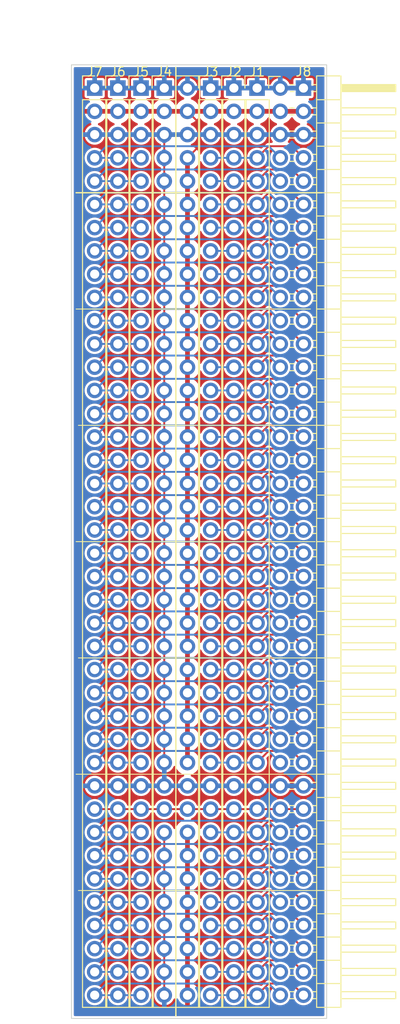
<source format=kicad_pcb>
(kicad_pcb (version 20211014) (generator pcbnew)
  (title_block (title "ITX-65C816") (date "2022-08-27") (rev "1") (company "land-boards.com"))
  (layers (0 "F.Cu" signal) (31 "B.Cu" signal) (36 "B.SilkS" user "B.Silkscreen") (37 "F.SilkS" user "F.Silkscreen") (38 "B.Mask" user) (39 "F.Mask" user) (44 "Edge.Cuts" user))
  (net 0 "")
  (net 1 "/IO_AA13")
  (net 2 "GND")
  (net 3 "/IO_AB13")
  (net 4 "/IO_AA14")
  (net 5 "/IO_AB14")
  (net 6 "/IO_AA15")
  (net 7 "/IO_AB15")
  (net 8 "/IO_AA16")
  (net 9 "/IO_AB16")
  (net 10 "/IO_AA17")
  (net 11 "/IO_AB17")
  (net 12 "/IO_AA18")
  (net 13 "/IO_AB18")
  (net 14 "/IO_AA19")
  (net 15 "/IO_AB19")
  (net 16 "/IO_AB20")
  (net 17 "/IO_AA20")
  (net 18 "/IO_Y21")
  (net 19 "/IO_Y22")
  (net 20 "/IO_W21")
  (net 21 "/IO_W22")
  (net 22 "/IO_V21")
  (net 23 "/IO_V22")
  (net 24 "/IO_U21")
  (net 25 "/IO_U22")
  (net 26 "/IO_R21")
  (net 27 "/IO_R22")
  (net 28 "/IO_P21")
  (net 29 "/IO_P22")
  (net 30 "/IO_N21")
  (net 31 "/IO_M21")
  (net 32 "/IO_M22")
  (net 33 "/IO_L21")
  (net 34 "/IO_L22")
  (net 35 "/IO_K21")
  (net 36 "/IO_K22")
  (net 37 "/IO_J21")
  (net 38 "/IO_J22")
  (net 39 "/IO_N22")
  (net 40 "VDD")
  (net 41 "/IO_H22")
  (net 42 "/IO_H21")
  (net 43 "/IO_F22")
  (net 44 "/IO_F21")
  (net 45 "/IO_E22")
  (net 46 "/IO_E21")
  (net 47 "/IO_D22")
  (net 48 "/IO_D21")
  (net 49 "/IO_C22")
  (net 50 "/IO_C21")
  (net 51 "/IO_B22")
  (net 52 "/IO_B21")
  (net 53 "/IO_N20")
  (net 54 "/IO_N19")
  (net 55 "/IO_M20")
  (net 56 "/IO_M19")
  (net 57 "VS")
  (net 58 "/IOX_65")
  (net 59 "/IOX_66")
  (net 60 "/IOX_67")
  (net 61 "/IOX_68")
  (net 62 "/IOX_69")
  (net 63 "/IOX_70")
  (net 64 "/IOX_71")
  (net 65 "/IOX_72")
  (net 66 "/IOX_73")
  (net 67 "/IOX_74")
  (net 68 "/IOX_75")
  (net 69 "/IOX_76")
  (net 70 "/IOX_77")
  (net 71 "/IOX_78")
  (net 72 "/IOX_79")
  (net 73 "/IOX_80")
  (footprint "Connector_PinHeader_2.54mm:PinHeader_2x40_P2.54mm_Vertical" (layer "F.Cu") (at 134.62 53.34)
    (fp_text reference "J4")
    (fp_text value "Header, Strt, 2x40")
  )
  (footprint "LandBoards_Conns:PinHeader_2x40_P2.54mm_Horizontal-FLIPPED" (layer "F.Cu") (at 147.32 53.34)
    (fp_text reference "J8")
    (fp_text value "Header, Strt, 2x40")
  )
  (footprint "Connector_PinHeader_2.54mm:PinHeader_1x40_P2.54mm_Vertical" (layer "F.Cu") (at 142.24 53.34)
    (fp_text reference "J2")
    (fp_text value "Conn_01x40")
  )
  (footprint "Connector_PinHeader_2.54mm:PinHeader_1x40_P2.54mm_Vertical" (layer "F.Cu") (at 144.78 53.34)
    (fp_text reference "J1")
    (fp_text value "Conn_01x40")
  )
  (footprint "Connector_PinHeader_2.54mm:PinHeader_1x40_P2.54mm_Vertical" (layer "F.Cu") (at 139.7 53.34)
    (fp_text reference "J3")
    (fp_text value "Conn_01x40")
  )
  (footprint "Connector_PinHeader_2.54mm:PinHeader_1x40_P2.54mm_Vertical" (layer "F.Cu") (at 127 53.34)
    (fp_text reference "J7")
    (fp_text value "Conn_01x40")
  )
  (footprint "Connector_PinHeader_2.54mm:PinHeader_1x40_P2.54mm_Vertical" (layer "F.Cu") (at 129.54 53.34)
    (fp_text reference "J6")
    (fp_text value "Conn_01x40")
  )
  (footprint "Connector_PinHeader_2.54mm:PinHeader_1x40_P2.54mm_Vertical" (layer "F.Cu") (at 132.08 53.34)
    (fp_text reference "J5")
    (fp_text value "Conn_01x40")
  )
  (gr_line (start 125.222 90.17) (end 151.892 90.17) (layer "F.SilkS") (width 0.1))
  (gr_line (start 135.89 51.054) (end 135.89 154.686) (layer "F.SilkS") (width 0.15))
  (gr_line (start 125.222 140.97) (end 151.638 140.97) (layer "F.SilkS") (width 0.1))
  (gr_line (start 124.968 77.47) (end 150.622 77.47) (layer "F.SilkS") (width 0.1))
  (gr_line (start 125.222 115.57) (end 151.892 115.57) (layer "F.SilkS") (width 0.1))
  (gr_line (start 124.968 102.87) (end 151.13 102.87) (layer "F.SilkS") (width 0.1))
  (gr_line (start 124.968 128.27) (end 151.638 128.27) (layer "F.SilkS") (width 0.1))
  (gr_line (start 124.968 64.77) (end 151.892 64.77) (layer "F.SilkS") (width 0.15))
  (gr_rect (start 124.46 50.8) (end 152.4 154.94) (layer "Edge.Cuts") (width 0.1) (fill none))
  (segment (start 149.86 60.96) (end 148.59 59.69) (width 0.2032) (layer "F.Cu") (net 1))
  (segment (start 146.05 59.69) (end 144.78 60.96) (width 0.2032) (layer "F.Cu") (net 1))
  (segment (start 148.59 59.69) (end 146.05 59.69) (width 0.2032) (layer "F.Cu") (net 1))
  (segment (start 139.7 60.96) (end 144.78 60.96) (width 0.2032) (layer "B.Cu") (net 1))
  (segment (start 134.62 152.4) (end 134.62 134.62) (width 0.2032) (layer "F.Cu") (net 2))
  (segment (start 142.24 53.34) (end 147.32 53.34) (width 0.2032) (layer "F.Cu") (net 2))
  (segment (start 134.62 58.42) (end 134.62 127) (width 0.2032) (layer "F.Cu") (net 2))
  (segment (start 149.86 53.34) (end 147.32 53.34) (width 0.2032) (layer "F.Cu") (net 2))
  (segment (start 128.27 59.69) (end 127 60.96) (width 0.2032) (layer "B.Cu") (net 3))
  (segment (start 127 60.96) (end 132.08 60.96) (width 0.2032) (layer "B.Cu") (net 3))
  (segment (start 133.35 59.69) (end 146.05 59.69) (width 0.2032) (layer "B.Cu") (net 3))
  (segment (start 133.35 59.69) (end 128.27 59.69) (width 0.2032) (layer "B.Cu") (net 3))
  (segment (start 146.05 59.69) (end 147.32 60.96) (width 0.2032) (layer "B.Cu") (net 3))
  (segment (start 144.78 63.5) (end 146.05 62.23) (width 0.2032) (layer "F.Cu") (net 4))
  (segment (start 146.05 62.23) (end 148.59 62.23) (width 0.2032) (layer "F.Cu") (net 4))
  (segment (start 148.59 62.23) (end 149.86 63.5) (width 0.2032) (layer "F.Cu") (net 4))
  (segment (start 139.7 63.5) (end 144.78 63.5) (width 0.2032) (layer "B.Cu") (net 4))
  (segment (start 146.05 62.23) (end 147.32 63.5) (width 0.2032) (layer "B.Cu") (net 5))
  (segment (start 133.35 62.23) (end 146.05 62.23) (width 0.2032) (layer "B.Cu") (net 5))
  (segment (start 128.27 62.23) (end 127 63.5) (width 0.2032) (layer "B.Cu") (net 5))
  (segment (start 133.35 62.23) (end 128.27 62.23) (width 0.2032) (layer "B.Cu") (net 5))
  (segment (start 127 63.5) (end 132.08 63.5) (width 0.2032) (layer "B.Cu") (net 5))
  (segment (start 146.05 64.77) (end 148.59 64.77) (width 0.2032) (layer "F.Cu") (net 6))
  (segment (start 148.59 64.77) (end 149.86 66.04) (width 0.2032) (layer "F.Cu") (net 6))
  (segment (start 144.78 66.04) (end 146.05 64.77) (width 0.2032) (layer "F.Cu") (net 6))
  (segment (start 144.78 66.04) (end 139.7 66.04) (width 0.2032) (layer "B.Cu") (net 6))
  (segment (start 133.35 64.77) (end 128.27 64.77) (width 0.2032) (layer "B.Cu") (net 7))
  (segment (start 133.35 64.77) (end 146.05 64.77) (width 0.2032) (layer "B.Cu") (net 7))
  (segment (start 128.27 64.77) (end 127 66.04) (width 0.2032) (layer "B.Cu") (net 7))
  (segment (start 127 66.04) (end 132.08 66.04) (width 0.2032) (layer "B.Cu") (net 7))
  (segment (start 146.05 64.77) (end 147.32 66.04) (width 0.2032) (layer "B.Cu") (net 7))
  (segment (start 148.59 67.31) (end 149.86 68.58) (width 0.2032) (layer "F.Cu") (net 8))
  (segment (start 146.05 67.31) (end 148.59 67.31) (width 0.2032) (layer "F.Cu") (net 8))
  (segment (start 144.78 68.58) (end 146.05 67.31) (width 0.2032) (layer "F.Cu") (net 8))
  (segment (start 139.7 68.58) (end 144.78 68.58) (width 0.2032) (layer "B.Cu") (net 8))
  (segment (start 133.35 67.31) (end 128.27 67.31) (width 0.2032) (layer "B.Cu") (net 9))
  (segment (start 127 68.58) (end 132.08 68.58) (width 0.2032) (layer "B.Cu") (net 9))
  (segment (start 133.35 67.31) (end 146.05 67.31) (width 0.2032) (layer "B.Cu") (net 9))
  (segment (start 146.05 67.31) (end 147.32 68.58) (width 0.2032) (layer "B.Cu") (net 9))
  (segment (start 128.27 67.31) (end 127 68.58) (width 0.2032) (layer "B.Cu") (net 9))
  (segment (start 144.78 71.12) (end 146.05 69.85) (width 0.2032) (layer "F.Cu") (net 10))
  (segment (start 146.05 69.85) (end 148.59 69.85) (width 0.2032) (layer "F.Cu") (net 10))
  (segment (start 148.59 69.85) (end 149.86 71.12) (width 0.2032) (layer "F.Cu") (net 10))
  (segment (start 139.7 71.12) (end 144.78 71.12) (width 0.2032) (layer "B.Cu") (net 10))
  (segment (start 127 71.12) (end 132.08 71.12) (width 0.2032) (layer "B.Cu") (net 11))
  (segment (start 133.35 69.85) (end 128.27 69.85) (width 0.2032) (layer "B.Cu") (net 11))
  (segment (start 146.05 69.85) (end 147.32 71.12) (width 0.2032) (layer "B.Cu") (net 11))
  (segment (start 128.27 69.85) (end 127 71.12) (width 0.2032) (layer "B.Cu") (net 11))
  (segment (start 133.35 69.85) (end 146.05 69.85) (width 0.2032) (layer "B.Cu") (net 11))
  (segment (start 144.78 73.66) (end 146.05 72.39) (width 0.2032) (layer "F.Cu") (net 12))
  (segment (start 148.59 72.39) (end 149.86 73.66) (width 0.2032) (layer "F.Cu") (net 12))
  (segment (start 146.05 72.39) (end 148.59 72.39) (width 0.2032) (layer "F.Cu") (net 12))
  (segment (start 139.7 73.66) (end 144.78 73.66) (width 0.2032) (layer "B.Cu") (net 12))
  (segment (start 133.35 72.39) (end 146.05 72.39) (width 0.2032) (layer "B.Cu") (net 13))
  (segment (start 127 73.66) (end 132.08 73.66) (width 0.2032) (layer "B.Cu") (net 13))
  (segment (start 128.27 72.39) (end 127 73.66) (width 0.2032) (layer "B.Cu") (net 13))
  (segment (start 146.05 72.39) (end 147.32 73.66) (width 0.2032) (layer "B.Cu") (net 13))
  (segment (start 133.35 72.39) (end 128.27 72.39) (width 0.2032) (layer "B.Cu") (net 13))
  (segment (start 144.78 76.2) (end 146.05 74.93) (width 0.2032) (layer "F.Cu") (net 14))
  (segment (start 148.59 74.93) (end 149.86 76.2) (width 0.2032) (layer "F.Cu") (net 14))
  (segment (start 146.05 74.93) (end 148.59 74.93) (width 0.2032) (layer "F.Cu") (net 14))
  (segment (start 139.7 76.2) (end 144.78 76.2) (width 0.2032) (layer "B.Cu") (net 14))
  (segment (start 146.05 74.93) (end 147.32 76.2) (width 0.2032) (layer "B.Cu") (net 15))
  (segment (start 133.35 74.93) (end 146.05 74.93) (width 0.2032) (layer "B.Cu") (net 15))
  (segment (start 133.35 74.93) (end 128.27 74.93) (width 0.2032) (layer "B.Cu") (net 15))
  (segment (start 127 76.2) (end 132.08 76.2) (width 0.2032) (layer "B.Cu") (net 15))
  (segment (start 128.27 74.93) (end 127 76.2) (width 0.2032) (layer "B.Cu") (net 15))
  (segment (start 146.05 77.47) (end 147.32 78.74) (width 0.2032) (layer "B.Cu") (net 16))
  (segment (start 128.27 77.47) (end 127 78.74) (width 0.2032) (layer "B.Cu") (net 16))
  (segment (start 133.35 77.47) (end 128.27 77.47) (width 0.2032) (layer "B.Cu") (net 16))
  (segment (start 127 78.74) (end 132.08 78.74) (width 0.2032) (layer "B.Cu") (net 16))
  (segment (start 133.35 77.47) (end 146.05 77.47) (width 0.2032) (layer "B.Cu") (net 16))
  (segment (start 146.05 77.47) (end 148.59 77.47) (width 0.2032) (layer "F.Cu") (net 17))
  (segment (start 144.78 78.74) (end 146.05 77.47) (width 0.2032) (layer "F.Cu") (net 17))
  (segment (start 148.59 77.47) (end 149.86 78.74) (width 0.2032) (layer "F.Cu") (net 17))
  (segment (start 139.7 78.74) (end 144.78 78.74) (width 0.2032) (layer "B.Cu") (net 17))
  (segment (start 128.27 80.01) (end 127 81.28) (width 0.2032) (layer "B.Cu") (net 18))
  (segment (start 146.05 80.01) (end 147.32 81.28) (width 0.2032) (layer "B.Cu") (net 18))
  (segment (start 127 81.28) (end 132.08 81.28) (width 0.2032) (layer "B.Cu") (net 18))
  (segment (start 133.35 80.01) (end 128.27 80.01) (width 0.2032) (layer "B.Cu") (net 18))
  (segment (start 133.35 80.01) (end 146.05 80.01) (width 0.2032) (layer "B.Cu") (net 18))
  (segment (start 146.05 80.01) (end 148.59 80.01) (width 0.2032) (layer "F.Cu") (net 19))
  (segment (start 144.78 81.28) (end 146.05 80.01) (width 0.2032) (layer "F.Cu") (net 19))
  (segment (start 148.59 80.01) (end 149.86 81.28) (width 0.2032) (layer "F.Cu") (net 19))
  (segment (start 139.7 81.28) (end 144.78 81.28) (width 0.2032) (layer "B.Cu") (net 19))
  (segment (start 127 83.82) (end 132.08 83.82) (width 0.2032) (layer "B.Cu") (net 20))
  (segment (start 133.35 82.55) (end 146.05 82.55) (width 0.2032) (layer "B.Cu") (net 20))
  (segment (start 133.35 82.55) (end 128.27 82.55) (width 0.2032) (layer "B.Cu") (net 20))
  (segment (start 146.05 82.55) (end 147.32 83.82) (width 0.2032) (layer "B.Cu") (net 20))
  (segment (start 128.27 82.55) (end 127 83.82) (width 0.2032) (layer "B.Cu") (net 20))
  (segment (start 146.05 82.55) (end 148.59 82.55) (width 0.2032) (layer "F.Cu") (net 21))
  (segment (start 148.59 82.55) (end 149.86 83.82) (width 0.2032) (layer "F.Cu") (net 21))
  (segment (start 144.78 83.82) (end 146.05 82.55) (width 0.2032) (layer "F.Cu") (net 21))
  (segment (start 139.7 83.82) (end 144.78 83.82) (width 0.2032) (layer "B.Cu") (net 21))
  (segment (start 127 86.36) (end 132.08 86.36) (width 0.2032) (layer "B.Cu") (net 22))
  (segment (start 128.27 85.09) (end 127 86.36) (width 0.2032) (layer "B.Cu") (net 22))
  (segment (start 133.35 85.09) (end 128.27 85.09) (width 0.2032) (layer "B.Cu") (net 22))
  (segment (start 146.05 85.09) (end 147.32 86.36) (width 0.2032) (layer "B.Cu") (net 22))
  (segment (start 133.35 85.09) (end 146.05 85.09) (width 0.2032) (layer "B.Cu") (net 22))
  (segment (start 144.78 86.36) (end 146.05 85.09) (width 0.2032) (layer "F.Cu") (net 23))
  (segment (start 148.59 85.09) (end 149.86 86.36) (width 0.2032) (layer "F.Cu") (net 23))
  (segment (start 146.05 85.09) (end 148.59 85.09) (width 0.2032) (layer "F.Cu") (net 23))
  (segment (start 139.7 86.36) (end 144.78 86.36) (width 0.2032) (layer "B.Cu") (net 23))
  (segment (start 127 88.9) (end 132.08 88.9) (width 0.2032) (layer "B.Cu") (net 24))
  (segment (start 146.05 87.63) (end 147.32 88.9) (width 0.2032) (layer "B.Cu") (net 24))
  (segment (start 128.27 87.63) (end 127 88.9) (width 0.2032) (layer "B.Cu") (net 24))
  (segment (start 133.35 87.63) (end 128.27 87.63) (width 0.2032) (layer "B.Cu") (net 24))
  (segment (start 133.35 87.63) (end 146.05 87.63) (width 0.2032) (layer "B.Cu") (net 24))
  (segment (start 144.78 88.9) (end 146.05 87.63) (width 0.2032) (layer "F.Cu") (net 25))
  (segment (start 148.59 87.63) (end 149.86 88.9) (width 0.2032) (layer "F.Cu") (net 25))
  (segment (start 146.05 87.63) (end 148.59 87.63) (width 0.2032) (layer "F.Cu") (net 25))
  (segment (start 139.7 88.9) (end 144.78 88.9) (width 0.2032) (layer "B.Cu") (net 25))
  (segment (start 133.35 90.17) (end 128.27 90.17) (width 0.2032) (layer "B.Cu") (net 26))
  (segment (start 146.05 90.17) (end 147.32 91.44) (width 0.2032) (layer "B.Cu") (net 26))
  (segment (start 127 91.44) (end 132.08 91.44) (width 0.2032) (layer "B.Cu") (net 26))
  (segment (start 133.35 90.17) (end 146.05 90.17) (width 0.2032) (layer "B.Cu") (net 26))
  (segment (start 128.27 90.17) (end 127 91.44) (width 0.2032) (layer "B.Cu") (net 26))
  (segment (start 148.59 90.17) (end 149.86 91.44) (width 0.2032) (layer "F.Cu") (net 27))
  (segment (start 146.05 90.17) (end 148.59 90.17) (width 0.2032) (layer "F.Cu") (net 27))
  (segment (start 144.78 91.44) (end 146.05 90.17) (width 0.2032) (layer "F.Cu") (net 27))
  (segment (start 139.7 91.44) (end 144.78 91.44) (width 0.2032) (layer "B.Cu") (net 27))
  (segment (start 127 93.98) (end 132.08 93.98) (width 0.2) (layer "B.Cu") (net 28))
  (segment (start 133.35 92.71) (end 128.27 92.71) (width 0.2) (layer "B.Cu") (net 28))
  (segment (start 128.27 92.71) (end 127 93.98) (width 0.2) (layer "B.Cu") (net 28))
  (segment (start 146.05 92.71) (end 147.32 93.98) (width 0.2) (layer "B.Cu") (net 28))
  (segment (start 133.35 92.71) (end 146.05 92.71) (width 0.2) (layer "B.Cu") (net 28))
  (segment (start 148.59 92.71) (end 149.86 93.98) (width 0.2) (layer "F.Cu") (net 29))
  (segment (start 146.05 92.71) (end 148.59 92.71) (width 0.2) (layer "F.Cu") (net 29))
  (segment (start 144.78 93.98) (end 146.05 92.71) (width 0.2) (layer "F.Cu") (net 29))
  (segment (start 139.7 93.98) (end 144.78 93.98) (width 0.2) (layer "B.Cu") (net 29))
  (segment (start 133.35 95.25) (end 128.27 95.25) (width 0.2) (layer "B.Cu") (net 30))
  (segment (start 128.27 95.25) (end 127 96.52) (width 0.2) (layer "B.Cu") (net 30))
  (segment (start 127 96.52) (end 132.08 96.52) (width 0.2) (layer "B.Cu") (net 30))
  (segment (start 133.35 95.25) (end 146.05 95.25) (width 0.2) (layer "B.Cu") (net 30))
  (segment (start 146.05 95.25) (end 147.32 96.52) (width 0.2) (layer "B.Cu") (net 30))
  (segment (start 133.35 97.79) (end 128.27 97.79) (width 0.2032) (layer "B.Cu") (net 31))
  (segment (start 146.05 97.79) (end 147.32 99.06) (width 0.2032) (layer "B.Cu") (net 31))
  (segment (start 128.27 97.79) (end 127 99.06) (width 0.2032) (layer "B.Cu") (net 31))
  (segment (start 133.35 97.79) (end 146.05 97.79) (width 0.2032) (layer "B.Cu") (net 31))
  (segment (start 127 99.06) (end 132.08 99.06) (width 0.2032) (layer "B.Cu") (net 31))
  (segment (start 148.59 97.79) (end 149.86 99.06) (width 0.2032) (layer "F.Cu") (net 32))
  (segment (start 144.78 99.06) (end 146.05 97.79) (width 0.2032) (layer "F.Cu") (net 32))
  (segment (start 146.05 97.79) (end 148.59 97.79) (width 0.2032) (layer "F.Cu") (net 32))
  (segment (start 139.7 99.06) (end 144.78 99.06) (width 0.2032) (layer "B.Cu") (net 32))
  (segment (start 146.05 100.33) (end 147.32 101.6) (width 0.2032) (layer "B.Cu") (net 33))
  (segment (start 133.35 100.33) (end 146.05 100.33) (width 0.2032) (layer "B.Cu") (net 33))
  (segment (start 128.27 100.33) (end 127 101.6) (width 0.2032) (layer "B.Cu") (net 33))
  (segment (start 127 101.6) (end 132.08 101.6) (width 0.2032) (layer "B.Cu") (net 33))
  (segment (start 133.35 100.33) (end 128.27 100.33) (width 0.2032) (layer "B.Cu") (net 33))
  (segment (start 144.78 101.6) (end 146.05 100.33) (width 0.2032) (layer "F.Cu") (net 34))
  (segment (start 146.05 100.33) (end 148.59 100.33) (width 0.2032) (layer "F.Cu") (net 34))
  (segment (start 148.59 100.33) (end 149.86 101.6) (width 0.2032) (layer "F.Cu") (net 34))
  (segment (start 139.7 101.6) (end 144.78 101.6) (width 0.2032) (layer "B.Cu") (net 34))
  (segment (start 133.35 102.87) (end 146.05 102.87) (width 0.2032) (layer "B.Cu") (net 35))
  (segment (start 128.27 102.87) (end 127 104.14) (width 0.2032) (layer "B.Cu") (net 35))
  (segment (start 133.35 102.87) (end 128.27 102.87) (width 0.2032) (layer "B.Cu") (net 35))
  (segment (start 146.05 102.87) (end 147.32 104.14) (width 0.2032) (layer "B.Cu") (net 35))
  (segment (start 127 104.14) (end 132.08 104.14) (width 0.2032) (layer "B.Cu") (net 35))
  (segment (start 148.59 102.87) (end 149.86 104.14) (width 0.2032) (layer "F.Cu") (net 36))
  (segment (start 144.78 104.14) (end 146.05 102.87) (width 0.2032) (layer "F.Cu") (net 36))
  (segment (start 146.05 102.87) (end 148.59 102.87) (width 0.2032) (layer "F.Cu") (net 36))
  (segment (start 139.7 104.14) (end 144.78 104.14) (width 0.2032) (layer "B.Cu") (net 36))
  (segment (start 127 106.68) (end 132.08 106.68) (width 0.2032) (layer "B.Cu") (net 37))
  (segment (start 128.27 105.41) (end 127 106.68) (width 0.2032) (layer "B.Cu") (net 37))
  (segment (start 133.35 105.41) (end 146.05 105.41) (width 0.2032) (layer "B.Cu") (net 37))
  (segment (start 133.35 105.41) (end 128.27 105.41) (width 0.2032) (layer "B.Cu") (net 37))
  (segment (start 146.05 105.41) (end 147.32 106.68) (width 0.2032) (layer "B.Cu") (net 37))
  (segment (start 148.59 105.41) (end 149.86 106.68) (width 0.2032) (layer "F.Cu") (net 38))
  (segment (start 144.78 106.68) (end 146.05 105.41) (width 0.2032) (layer "F.Cu") (net 38))
  (segment (start 146.05 105.41) (end 148.59 105.41) (width 0.2032) (layer "F.Cu") (net 38))
  (segment (start 139.7 106.68) (end 144.78 106.68) (width 0.2032) (layer "B.Cu") (net 38))
  (segment (start 144.78 96.52) (end 146.05 95.25) (width 0.2) (layer "F.Cu") (net 39))
  (segment (start 148.59 95.25) (end 149.86 96.52) (width 0.2) (layer "F.Cu") (net 39))
  (segment (start 146.05 95.25) (end 148.59 95.25) (width 0.2) (layer "F.Cu") (net 39))
  (segment (start 139.7 96.52) (end 144.78 96.52) (width 0.2) (layer "B.Cu") (net 39))
  (segment (start 138.314311 59.805689) (end 138.314311 57.034311) (width 0.2032) (layer "F.Cu") (net 40))
  (segment (start 137.16 60.96) (end 138.314311 59.805689) (width 0.2032) (layer "F.Cu") (net 40))
  (segment (start 138.314311 57.034311) (end 137.16 55.88) (width 0.2032) (layer "F.Cu") (net 40))
  (segment (start 144.78 109.22) (end 146.05 107.95) (width 0.2032) (layer "F.Cu") (net 41))
  (segment (start 148.59 107.95) (end 149.86 109.22) (width 0.2032) (layer "F.Cu") (net 41))
  (segment (start 146.05 107.95) (end 148.59 107.95) (width 0.2032) (layer "F.Cu") (net 41))
  (segment (start 139.7 109.22) (end 144.78 109.22) (width 0.2032) (layer "B.Cu") (net 41))
  (segment (start 128.27 107.95) (end 127 109.22) (width 0.2032) (layer "B.Cu") (net 42))
  (segment (start 127 109.22) (end 132.08 109.22) (width 0.2032) (layer "B.Cu") (net 42))
  (segment (start 133.35 107.95) (end 146.05 107.95) (width 0.2032) (layer "B.Cu") (net 42))
  (segment (start 133.35 107.95) (end 128.27 107.95) (width 0.2032) (layer "B.Cu") (net 42))
  (segment (start 146.05 107.95) (end 147.32 109.22) (width 0.2032) (layer "B.Cu") (net 42))
  (segment (start 144.78 111.76) (end 146.05 110.49) (width 0.2032) (layer "F.Cu") (net 43))
  (segment (start 146.05 110.49) (end 148.59 110.49) (width 0.2032) (layer "F.Cu") (net 43))
  (segment (start 148.59 110.49) (end 149.86 111.76) (width 0.2032) (layer "F.Cu") (net 43))
  (segment (start 139.7 111.76) (end 144.78 111.76) (width 0.2032) (layer "B.Cu") (net 43))
  (segment (start 133.35 110.49) (end 146.05 110.49) (width 0.2032) (layer "B.Cu") (net 44))
  (segment (start 127 111.76) (end 132.08 111.76) (width 0.2032) (layer "B.Cu") (net 44))
  (segment (start 146.05 110.49) (end 147.32 111.76) (width 0.2032) (layer "B.Cu") (net 44))
  (segment (start 133.35 110.49) (end 128.27 110.49) (width 0.2032) (layer "B.Cu") (net 44))
  (segment (start 128.27 110.49) (end 127 111.76) (width 0.2032) (layer "B.Cu") (net 44))
  (segment (start 146.05 113.03) (end 148.59 113.03) (width 0.2032) (layer "F.Cu") (net 45))
  (segment (start 144.78 114.3) (end 146.05 113.03) (width 0.2032) (layer "F.Cu") (net 45))
  (segment (start 148.59 113.03) (end 149.86 114.3) (width 0.2032) (layer "F.Cu") (net 45))
  (segment (start 139.7 114.3) (end 144.78 114.3) (width 0.2032) (layer "B.Cu") (net 45))
  (segment (start 146.05 113.03) (end 147.32 114.3) (width 0.2032) (layer "B.Cu") (net 46))
  (segment (start 127 114.3) (end 132.08 114.3) (width 0.2032) (layer "B.Cu") (net 46))
  (segment (start 133.35 113.03) (end 146.05 113.03) (width 0.2032) (layer "B.Cu") (net 46))
  (segment (start 128.27 113.03) (end 127 114.3) (width 0.2032) (layer "B.Cu") (net 46))
  (segment (start 133.35 113.03) (end 128.27 113.03) (width 0.2032) (layer "B.Cu") (net 46))
  (segment (start 144.78 116.84) (end 146.05 115.57) (width 0.2032) (layer "F.Cu") (net 47))
  (segment (start 148.59 115.57) (end 149.86 116.84) (width 0.2032) (layer "F.Cu") (net 47))
  (segment (start 146.05 115.57) (end 148.59 115.57) (width 0.2032) (layer "F.Cu") (net 47))
  (segment (start 139.7 116.84) (end 144.78 116.84) (width 0.2032) (layer "B.Cu") (net 47))
  (segment (start 128.27 115.57) (end 127 116.84) (width 0.2032) (layer "B.Cu") (net 48))
  (segment (start 133.35 115.57) (end 146.05 115.57) (width 0.2032) (layer "B.Cu") (net 48))
  (segment (start 146.05 115.57) (end 147.32 116.84) (width 0.2032) (layer "B.Cu") (net 48))
  (segment (start 127 116.84) (end 132.08 116.84) (width 0.2032) (layer "B.Cu") (net 48))
  (segment (start 133.35 115.57) (end 128.27 115.57) (width 0.2032) (layer "B.Cu") (net 48))
  (segment (start 148.59 118.11) (end 149.86 119.38) (width 0.2032) (layer "F.Cu") (net 49))
  (segment (start 144.78 119.38) (end 146.05 118.11) (width 0.2032) (layer "F.Cu") (net 49))
  (segment (start 146.05 118.11) (end 148.59 118.11) (width 0.2032) (layer "F.Cu") (net 49))
  (segment (start 139.7 119.38) (end 144.78 119.38) (width 0.2032) (layer "B.Cu") (net 49))
  (segment (start 128.27 118.11) (end 127 119.38) (width 0.2032) (layer "B.Cu") (net 50))
  (segment (start 132.08 119.38) (end 127 119.38) (width 0.2032) (layer "B.Cu") (net 50))
  (segment (start 146.05 118.11) (end 147.32 119.38) (width 0.2032) (layer "B.Cu") (net 50))
  (segment (start 133.35 118.11) (end 128.27 118.11) (width 0.2032) (layer "B.Cu") (net 50))
  (segment (start 133.35 118.11) (end 146.05 118.11) (width 0.2032) (layer "B.Cu") (net 50))
  (segment (start 144.78 121.92) (end 146.05 120.65) (width 0.2032) (layer "F.Cu") (net 51))
  (segment (start 148.59 120.65) (end 149.86 121.92) (width 0.2032) (layer "F.Cu") (net 51))
  (segment (start 146.05 120.65) (end 148.59 120.65) (width 0.2032) (layer "F.Cu") (net 51))
  (segment (start 139.7 121.92) (end 144.78 121.92) (width 0.2032) (layer "B.Cu") (net 51))
  (segment (start 146.05 120.65) (end 147.32 121.92) (width 0.2032) (layer "B.Cu") (net 52))
  (segment (start 133.35 120.65) (end 128.27 120.65) (width 0.2032) (layer "B.Cu") (net 52))
  (segment (start 127 121.92) (end 132.08 121.92) (width 0.2032) (layer "B.Cu") (net 52))
  (segment (start 133.35 120.65) (end 146.05 120.65) (width 0.2032) (layer "B.Cu") (net 52))
  (segment (start 128.27 120.65) (end 127 121.92) (width 0.2032) (layer "B.Cu") (net 52))
  (segment (start 144.78 124.46) (end 146.05 123.19) (width 0.2032) (layer "F.Cu") (net 53))
  (segment (start 148.59 123.19) (end 149.86 124.46) (width 0.2032) (layer "F.Cu") (net 53))
  (segment (start 146.05 123.19) (end 148.59 123.19) (width 0.2032) (layer "F.Cu") (net 53))
  (segment (start 139.7 124.46) (end 144.78 124.46) (width 0.2032) (layer "B.Cu") (net 53))
  (segment (start 146.05 123.19) (end 147.32 124.46) (width 0.2032) (layer "B.Cu") (net 54))
  (segment (start 127 124.46) (end 132.08 124.46) (width 0.2032) (layer "B.Cu") (net 54))
  (segment (start 133.35 123.19) (end 146.05 123.19) (width 0.2032) (layer "B.Cu") (net 54))
  (segment (start 128.27 123.19) (end 127 124.46) (width 0.2032) (layer "B.Cu") (net 54))
  (segment (start 133.35 123.19) (end 128.27 123.19) (width 0.2032) (layer "B.Cu") (net 54))
  (segment (start 148.59 125.73) (end 149.86 127) (width 0.2032) (layer "F.Cu") (net 55))
  (segment (start 144.78 127) (end 146.05 125.73) (width 0.2032) (layer "F.Cu") (net 55))
  (segment (start 146.05 125.73) (end 148.59 125.73) (width 0.2032) (layer "F.Cu") (net 55))
  (segment (start 139.7 127) (end 144.78 127) (width 0.2032) (layer "B.Cu") (net 55))
  (segment (start 146.05 125.73) (end 147.32 127) (width 0.2032) (layer "B.Cu") (net 56))
  (segment (start 128.27 125.73) (end 127 127) (width 0.2032) (layer "B.Cu") (net 56))
  (segment (start 133.35 125.73) (end 146.05 125.73) (width 0.2032) (layer "B.Cu") (net 56))
  (segment (start 127 127) (end 132.08 127) (width 0.2032) (layer "B.Cu") (net 56))
  (segment (start 133.35 125.73) (end 128.27 125.73) (width 0.2032) (layer "B.Cu") (net 56))
  (segment (start 129.54 132.08) (end 132.08 132.08) (width 0.2032) (layer "F.Cu") (net 57))
  (segment (start 132.08 132.08) (end 134.62 132.08) (width 0.2032) (layer "F.Cu") (net 57))
  (segment (start 139.7 132.08) (end 142.24 132.08) (width 0.2032) (layer "F.Cu") (net 57))
  (segment (start 127 132.08) (end 129.54 132.08) (width 0.2032) (layer "F.Cu") (net 57))
  (segment (start 134.62 132.08) (end 137.16 132.08) (width 0.2032) (layer "F.Cu") (net 57))
  (segment (start 144.78 132.08) (end 147.32 132.08) (width 0.2032) (layer "F.Cu") (net 57))
  (segment (start 147.32 132.08) (end 149.86 132.08) (width 0.2032) (layer "F.Cu") (net 57))
  (segment (start 142.24 132.08) (end 144.78 132.08) (width 0.2032) (layer "F.Cu") (net 57))
  (segment (start 137.16 132.08) (end 139.7 132.08) (width 0.2032) (layer "F.Cu") (net 57))
  (segment (start 144.78 134.62) (end 146.05 133.35) (width 0.2032) (layer "F.Cu") (net 58))
  (segment (start 148.59 133.35) (end 149.86 134.62) (width 0.2032) (layer "F.Cu") (net 58))
  (segment (start 146.05 133.35) (end 148.59 133.35) (width 0.2032) (layer "F.Cu") (net 58))
  (segment (start 139.7 134.62) (end 144.78 134.62) (width 0.2032) (layer "B.Cu") (net 58))
  (segment (start 133.35 133.35) (end 146.05 133.35) (width 0.2032) (layer "B.Cu") (net 59))
  (segment (start 127 134.62) (end 132.08 134.62) (width 0.2032) (layer "B.Cu") (net 59))
  (segment (start 146.05 133.35) (end 147.32 134.62) (width 0.2032) (layer "B.Cu") (net 59))
  (segment (start 128.27 133.35) (end 127 134.62) (width 0.2032) (layer "B.Cu") (net 59))
  (segment (start 133.35 133.35) (end 128.27 133.35) (width 0.2032) (layer "B.Cu") (net 59))
  (segment (start 148.59 135.89) (end 149.86 137.16) (width 0.2032) (layer "F.Cu") (net 60))
  (segment (start 144.78 137.16) (end 146.05 135.89) (width 0.2032) (layer "F.Cu") (net 60))
  (segment (start 146.05 135.89) (end 148.59 135.89) (width 0.2032) (layer "F.Cu") (net 60))
  (segment (start 139.7 137.16) (end 144.78 137.16) (width 0.2032) (layer "B.Cu") (net 60))
  (segment (start 146.05 135.89) (end 147.32 137.16) (width 0.2032) (layer "B.Cu") (net 61))
  (segment (start 133.35 135.89) (end 128.27 135.89) (width 0.2032) (layer "B.Cu") (net 61))
  (segment (start 133.35 135.89) (end 146.05 135.89) (width 0.2032) (layer "B.Cu") (net 61))
  (segment (start 127 137.16) (end 132.08 137.16) (width 0.2032) (layer "B.Cu") (net 61))
  (segment (start 128.27 135.89) (end 127 137.16) (width 0.2032) (layer "B.Cu") (net 61))
  (segment (start 148.59 138.43) (end 149.86 139.7) (width 0.2032) (layer "F.Cu") (net 62))
  (segment (start 146.05 138.43) (end 148.59 138.43) (width 0.2032) (layer "F.Cu") (net 62))
  (segment (start 144.78 139.7) (end 146.05 138.43) (width 0.2032) (layer "F.Cu") (net 62))
  (segment (start 139.7 139.7) (end 144.78 139.7) (width 0.2032) (layer "B.Cu") (net 62))
  (segment (start 128.27 138.43) (end 127 139.7) (width 0.2032) (layer "B.Cu") (net 63))
  (segment (start 146.05 138.43) (end 147.32 139.7) (width 0.2032) (layer "B.Cu") (net 63))
  (segment (start 133.35 138.43) (end 146.05 138.43) (width 0.2032) (layer "B.Cu") (net 63))
  (segment (start 127 139.7) (end 132.08 139.7) (width 0.2032) (layer "B.Cu") (net 63))
  (segment (start 133.35 138.43) (end 128.27 138.43) (width 0.2032) (layer "B.Cu") (net 63))
  (segment (start 146.05 140.97) (end 148.59 140.97) (width 0.2032) (layer "F.Cu") (net 64))
  (segment (start 144.78 142.24) (end 146.05 140.97) (width 0.2032) (layer "F.Cu") (net 64))
  (segment (start 148.59 140.97) (end 149.86 142.24) (width 0.2032) (layer "F.Cu") (net 64))
  (segment (start 139.7 142.24) (end 144.78 142.24) (width 0.2032) (layer "B.Cu") (net 64))
  (segment (start 128.27 140.97) (end 127 142.24) (width 0.2032) (layer "B.Cu") (net 65))
  (segment (start 133.35 140.97) (end 128.27 140.97) (width 0.2032) (layer "B.Cu") (net 65))
  (segment (start 146.05 140.97) (end 147.32 142.24) (width 0.2032) (layer "B.Cu") (net 65))
  (segment (start 133.35 140.97) (end 146.05 140.97) (width 0.2032) (layer "B.Cu") (net 65))
  (segment (start 127 142.24) (end 132.08 142.24) (width 0.2032) (layer "B.Cu") (net 65))
  (segment (start 146.05 143.51) (end 148.59 143.51) (width 0.2032) (layer "F.Cu") (net 66))
  (segment (start 148.59 143.51) (end 149.86 144.78) (width 0.2032) (layer "F.Cu") (net 66))
  (segment (start 144.78 144.78) (end 146.05 143.51) (width 0.2032) (layer "F.Cu") (net 66))
  (segment (start 139.7 144.78) (end 144.78 144.78) (width 0.2032) (layer "B.Cu") (net 66))
  (segment (start 133.35 143.51) (end 146.05 143.51) (width 0.2032) (layer "B.Cu") (net 67))
  (segment (start 127 144.78) (end 132.08 144.78) (width 0.2032) (layer "B.Cu") (net 67))
  (segment (start 146.05 143.51) (end 147.32 144.78) (width 0.2032) (layer "B.Cu") (net 67))
  (segment (start 128.27 143.51) (end 127 144.78) (width 0.2032) (layer "B.Cu") (net 67))
  (segment (start 133.35 143.51) (end 128.27 143.51) (width 0.2032) (layer "B.Cu") (net 67))
  (segment (start 144.78 147.32) (end 146.05 146.05) (width 0.2032) (layer "F.Cu") (net 68))
  (segment (start 146.05 146.05) (end 148.59 146.05) (width 0.2032) (layer "F.Cu") (net 68))
  (segment (start 148.59 146.05) (end 149.86 147.32) (width 0.2032) (layer "F.Cu") (net 68))
  (segment (start 139.7 147.32) (end 144.78 147.32) (width 0.2032) (layer "B.Cu") (net 68))
  (segment (start 133.35 146.05) (end 146.05 146.05) (width 0.2032) (layer "B.Cu") (net 69))
  (segment (start 128.27 146.05) (end 127 147.32) (width 0.2032) (layer "B.Cu") (net 69))
  (segment (start 133.35 146.05) (end 128.27 146.05) (width 0.2032) (layer "B.Cu") (net 69))
  (segment (start 146.05 146.05) (end 147.32 147.32) (width 0.2032) (layer "B.Cu") (net 69))
  (segment (start 127 147.32) (end 132.08 147.32) (width 0.2032) (layer "B.Cu") (net 69))
  (segment (start 146.05 148.59) (end 148.59 148.59) (width 0.2032) (layer "F.Cu") (net 70))
  (segment (start 148.59 148.59) (end 149.86 149.86) (width 0.2032) (layer "F.Cu") (net 70))
  (segment (start 144.78 149.86) (end 146.05 148.59) (width 0.2032) (layer "F.Cu") (net 70))
  (segment (start 139.7 149.86) (end 144.78 149.86) (width 0.2032) (layer "B.Cu") (net 70))
  (segment (start 128.27 148.59) (end 127 149.86) (width 0.2032) (layer "B.Cu") (net 71))
  (segment (start 133.35 148.59) (end 146.05 148.59) (width 0.2032) (layer "B.Cu") (net 71))
  (segment (start 133.35 148.59) (end 128.27 148.59) (width 0.2032) (layer "B.Cu") (net 71))
  (segment (start 146.05 148.59) (end 147.32 149.86) (width 0.2032) (layer "B.Cu") (net 71))
  (segment (start 127 149.86) (end 132.08 149.86) (width 0.2032) (layer "B.Cu") (net 71))
  (segment (start 146.05 151.13) (end 148.59 151.13) (width 0.2032) (layer "F.Cu") (net 72))
  (segment (start 144.78 152.4) (end 146.05 151.13) (width 0.2032) (layer "F.Cu") (net 72))
  (segment (start 148.59 151.13) (end 149.86 152.4) (width 0.2032) (layer "F.Cu") (net 72))
  (segment (start 139.7 152.4) (end 144.78 152.4) (width 0.2032) (layer "B.Cu") (net 72))
  (segment (start 127 152.4) (end 132.08 152.4) (width 0.2032) (layer "B.Cu") (net 73))
  (segment (start 146.05 151.13) (end 147.32 152.4) (width 0.2032) (layer "B.Cu") (net 73))
  (segment (start 128.27 151.13) (end 127 152.4) (width 0.2032) (layer "B.Cu") (net 73))
  (segment (start 133.35 151.13) (end 128.27 151.13) (width 0.2032) (layer "B.Cu") (net 73))
  (segment (start 133.35 151.13) (end 146.05 151.13) (width 0.2032) (layer "B.Cu") (net 73))
  (zone (net 40) (net_name "VDD") (layer "F.Cu") (connect_pads (clearance 0.254)) (min_thickness 0.254) (fill yes (thermal_gap 0.508) (thermal_bridge_width 0.508))
    (polygon (pts (xy 152.4 154.94) (xy 124.46 154.94) (xy 124.46 50.8) (xy 152.4 50.8)))
  )
  (zone (net 2) (net_name "GND") (layer "B.Cu") (connect_pads (clearance 0.254)) (min_thickness 0.254) (fill yes (thermal_gap 0.508) (thermal_bridge_width 0.508))
    (polygon (pts (xy 152.4 154.94) (xy 124.46 154.94) (xy 124.46 50.8) (xy 152.4 50.8)))
  )
)
</source>
